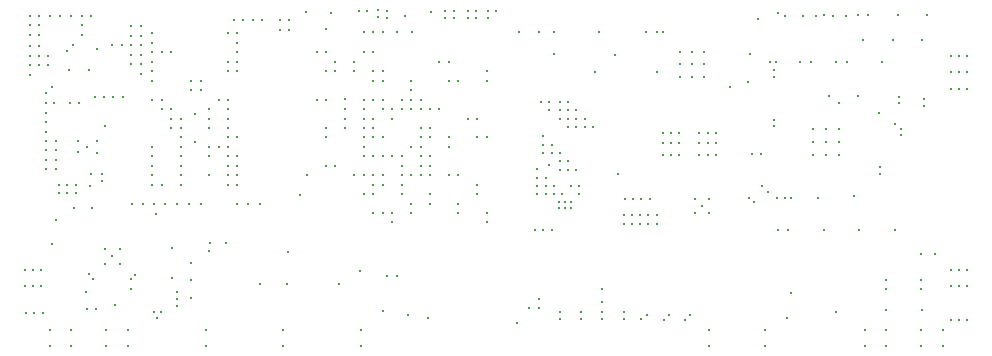
<source format=gbr>
G04 Layer_Color=0*
%FSLAX24Y24*%
%MOIN*%
%TF.FileFunction,Plated,1,10,PTH,Drill*%
%TF.Part,Single*%
G01*
G75*
%TA.AperFunction,ViaDrill,NotFilled*%
%ADD160C,0.0080*%
%ADD161C,0.0070*%
%ADD162C,0.0060*%
D160*
X19685Y1535D02*
D03*
X20394Y1299D02*
D03*
X19685D02*
D03*
X18976D02*
D03*
X18268D02*
D03*
X16850Y1181D02*
D03*
X11563Y11575D02*
D03*
X24882Y11299D02*
D03*
X14449Y11575D02*
D03*
X14724D02*
D03*
X11850D02*
D03*
X12520D02*
D03*
Y11339D02*
D03*
X12205Y11614D02*
D03*
X29370Y10600D02*
D03*
X29587Y8701D02*
D03*
X29646Y7441D02*
D03*
X30394Y8628D02*
D03*
X19685Y2323D02*
D03*
X17717Y4291D02*
D03*
X17441D02*
D03*
X2598Y5748D02*
D03*
X2126Y5512D02*
D03*
Y5787D02*
D03*
X1575D02*
D03*
Y5512D02*
D03*
X1850D02*
D03*
X31299Y9528D02*
D03*
Y8976D02*
D03*
X31575Y10079D02*
D03*
X31299D02*
D03*
X31575Y8976D02*
D03*
Y9528D02*
D03*
X31850D02*
D03*
Y8976D02*
D03*
Y10079D02*
D03*
Y2953D02*
D03*
Y1260D02*
D03*
Y2402D02*
D03*
X31575D02*
D03*
Y1260D02*
D03*
X31299Y2953D02*
D03*
X31575D02*
D03*
X31299Y1260D02*
D03*
Y2402D02*
D03*
X433D02*
D03*
Y2953D02*
D03*
X474Y1500D02*
D03*
X750D02*
D03*
X984Y2953D02*
D03*
X709Y2402D02*
D03*
X984D02*
D03*
X709Y2953D02*
D03*
X1026Y1500D02*
D03*
X20197Y6142D02*
D03*
X18819Y6260D02*
D03*
X18543D02*
D03*
X18268D02*
D03*
X17717Y6850D02*
D03*
X17992D02*
D03*
X17913Y8268D02*
D03*
Y8543D02*
D03*
X18622Y5197D02*
D03*
X18425D02*
D03*
X18228D02*
D03*
X23465Y7165D02*
D03*
Y6772D02*
D03*
Y7520D02*
D03*
X21693D02*
D03*
Y7165D02*
D03*
Y6772D02*
D03*
X24606Y10157D02*
D03*
X16890Y10866D02*
D03*
X1457Y7244D02*
D03*
Y6929D02*
D03*
Y6614D02*
D03*
Y6299D02*
D03*
X1142D02*
D03*
Y6614D02*
D03*
Y6929D02*
D03*
Y7244D02*
D03*
Y7559D02*
D03*
Y7874D02*
D03*
Y8189D02*
D03*
Y8504D02*
D03*
X3386Y8701D02*
D03*
X3071D02*
D03*
X1417Y8504D02*
D03*
X591Y10787D02*
D03*
Y11102D02*
D03*
Y11417D02*
D03*
Y9449D02*
D03*
Y9764D02*
D03*
Y10065D02*
D03*
Y10394D02*
D03*
X2047Y10433D02*
D03*
X1260Y11417D02*
D03*
X1614D02*
D03*
X1969D02*
D03*
X2638D02*
D03*
X2323D02*
D03*
Y11102D02*
D03*
Y10787D02*
D03*
X906Y11417D02*
D03*
Y11102D02*
D03*
Y10787D02*
D03*
X4291Y9488D02*
D03*
X3976Y11063D02*
D03*
X9252Y11260D02*
D03*
X21496Y4488D02*
D03*
Y4764D02*
D03*
X21220D02*
D03*
X25886Y4291D02*
D03*
X20394Y1535D02*
D03*
X18976D02*
D03*
X18268D02*
D03*
X19685Y1890D02*
D03*
X17559Y1969D02*
D03*
Y1693D02*
D03*
X17244D02*
D03*
X20984Y1299D02*
D03*
X8268Y2486D02*
D03*
X25827Y1339D02*
D03*
X27480Y1535D02*
D03*
X25512Y5354D02*
D03*
X25787Y11417D02*
D03*
X26378D02*
D03*
X27362D02*
D03*
X30354Y10600D02*
D03*
X19449Y9528D02*
D03*
X25394Y9606D02*
D03*
Y9370D02*
D03*
X29449Y7795D02*
D03*
X13110Y11417D02*
D03*
X12835Y2756D02*
D03*
X13858Y1339D02*
D03*
X13189Y1457D02*
D03*
X6575Y3589D02*
D03*
X9213Y3543D02*
D03*
X10906Y2480D02*
D03*
X9173D02*
D03*
X12520Y2756D02*
D03*
X11614Y2913D02*
D03*
X12362Y1575D02*
D03*
X20118Y10118D02*
D03*
X6614Y3858D02*
D03*
X7126D02*
D03*
X5354Y2677D02*
D03*
X1339Y3819D02*
D03*
X2520Y1654D02*
D03*
X2795D02*
D03*
X1929Y8504D02*
D03*
X1850Y5787D02*
D03*
X2638Y6142D02*
D03*
X9606Y5433D02*
D03*
X6102Y7205D02*
D03*
X4843Y1339D02*
D03*
X4961Y1535D02*
D03*
X4724D02*
D03*
X5512Y1732D02*
D03*
Y1969D02*
D03*
Y2205D02*
D03*
X2717Y2638D02*
D03*
X2559Y2795D02*
D03*
X4118Y2772D02*
D03*
X3971Y2632D02*
D03*
X3976Y2323D02*
D03*
X2992Y6142D02*
D03*
Y5906D02*
D03*
X6102Y8150D02*
D03*
X5354Y3661D02*
D03*
X4803Y4803D02*
D03*
X2677Y5000D02*
D03*
X2087D02*
D03*
X1457Y4606D02*
D03*
X4370Y5157D02*
D03*
X9803Y11535D02*
D03*
X10630Y11496D02*
D03*
X2756Y8701D02*
D03*
X1339Y9055D02*
D03*
X2559Y9606D02*
D03*
X906Y10394D02*
D03*
Y10079D02*
D03*
Y9764D02*
D03*
X1890Y9606D02*
D03*
X1142Y8858D02*
D03*
X3346Y10433D02*
D03*
X3661D02*
D03*
X3976D02*
D03*
Y10748D02*
D03*
Y10118D02*
D03*
X2835Y10315D02*
D03*
X12047Y10866D02*
D03*
X12362D02*
D03*
X11732D02*
D03*
X12835D02*
D03*
X13982Y11530D02*
D03*
X27559Y8504D02*
D03*
X27244Y8740D02*
D03*
X28189D02*
D03*
X26654Y9882D02*
D03*
X26260D02*
D03*
X28898Y8189D02*
D03*
X29587Y8504D02*
D03*
X29646Y7638D02*
D03*
X27067Y4291D02*
D03*
X28248D02*
D03*
X29429D02*
D03*
X25551D02*
D03*
X28937Y6378D02*
D03*
Y6142D02*
D03*
X26870Y5354D02*
D03*
X25472Y9882D02*
D03*
X27480Y9882D02*
D03*
X27835Y9882D02*
D03*
X29016D02*
D03*
X30394Y8425D02*
D03*
X28071Y5394D02*
D03*
X24528Y9213D02*
D03*
X25276Y9882D02*
D03*
X28543Y11457D02*
D03*
X29528D02*
D03*
X30512D02*
D03*
X28386Y10600D02*
D03*
X27795Y11417D02*
D03*
X17559Y10866D02*
D03*
X18071D02*
D03*
X19567D02*
D03*
X21142D02*
D03*
X26811Y11417D02*
D03*
X30315Y3465D02*
D03*
X30787D02*
D03*
X30325Y1614D02*
D03*
X30315Y2323D02*
D03*
X29134Y2598D02*
D03*
X30315D02*
D03*
X29134Y2323D02*
D03*
X29124Y1614D02*
D03*
X22441Y1260D02*
D03*
X21732D02*
D03*
X21890Y1457D02*
D03*
X22598D02*
D03*
X21181D02*
D03*
X21496Y9528D02*
D03*
X25787Y5348D02*
D03*
X25984D02*
D03*
X23937Y9055D02*
D03*
X24567Y5354D02*
D03*
X20945Y4764D02*
D03*
X20669D02*
D03*
X20394D02*
D03*
X8346Y11260D02*
D03*
X8031D02*
D03*
X7717D02*
D03*
X7402D02*
D03*
X3976Y9803D02*
D03*
X4291D02*
D03*
Y10118D02*
D03*
Y10433D02*
D03*
Y10748D02*
D03*
Y11063D02*
D03*
X8937Y11260D02*
D03*
X21693Y10866D02*
D03*
X21496D02*
D03*
X13346D02*
D03*
X18071Y10157D02*
D03*
X24961Y6811D02*
D03*
X24685D02*
D03*
X24724Y5197D02*
D03*
X3701Y8701D02*
D03*
X10472Y10984D02*
D03*
X19094Y7992D02*
D03*
Y7717D02*
D03*
X19370D02*
D03*
X17992Y4291D02*
D03*
D161*
X3600Y3150D02*
D03*
Y3650D02*
D03*
X3100D02*
D03*
Y3150D02*
D03*
X3600Y3150D02*
D03*
Y3650D02*
D03*
X3100D02*
D03*
Y3150D02*
D03*
X31024Y394D02*
D03*
X30315D02*
D03*
X29134D02*
D03*
X28425D02*
D03*
X25118D02*
D03*
X23228D02*
D03*
X1260D02*
D03*
X1969D02*
D03*
X3150D02*
D03*
X3858D02*
D03*
X6457D02*
D03*
X9055D02*
D03*
X11654D02*
D03*
X16142Y11575D02*
D03*
X15197D02*
D03*
X15472D02*
D03*
Y11339D02*
D03*
X15197D02*
D03*
X14724D02*
D03*
X14449D02*
D03*
X15866Y11575D02*
D03*
Y11339D02*
D03*
X9843Y6102D02*
D03*
X25197Y5551D02*
D03*
X25000Y5748D02*
D03*
X28189Y11457D02*
D03*
X27087D02*
D03*
X25551Y11496D02*
D03*
X5906Y5157D02*
D03*
X5512D02*
D03*
X5118D02*
D03*
X4724D02*
D03*
X8268D02*
D03*
X7874D02*
D03*
X7520D02*
D03*
X26693Y7638D02*
D03*
Y7205D02*
D03*
Y6772D02*
D03*
X27126D02*
D03*
Y7638D02*
D03*
X27559D02*
D03*
Y7205D02*
D03*
Y6772D02*
D03*
X27126Y7205D02*
D03*
X22992Y5079D02*
D03*
X22756Y5315D02*
D03*
Y4843D02*
D03*
X23228D02*
D03*
Y5315D02*
D03*
X22283Y9370D02*
D03*
Y10197D02*
D03*
Y9803D02*
D03*
X22677D02*
D03*
X23071D02*
D03*
Y9370D02*
D03*
X22677D02*
D03*
X23071Y10197D02*
D03*
X22677D02*
D03*
X2205Y6890D02*
D03*
Y7244D02*
D03*
X2835Y6850D02*
D03*
Y7244D02*
D03*
X2520Y7047D02*
D03*
X5984Y2008D02*
D03*
Y2598D02*
D03*
Y3189D02*
D03*
Y9252D02*
D03*
X6299D02*
D03*
X21220Y4488D02*
D03*
X20945D02*
D03*
X20669D02*
D03*
X20394D02*
D03*
X11732Y6102D02*
D03*
X11417D02*
D03*
X11102Y8628D02*
D03*
X18543Y6575D02*
D03*
X17717Y7402D02*
D03*
X17992Y7126D02*
D03*
X17717D02*
D03*
X18268Y6850D02*
D03*
Y6575D02*
D03*
X17638Y8543D02*
D03*
X17913Y6457D02*
D03*
X18622Y5000D02*
D03*
X18425D02*
D03*
X18228D02*
D03*
X18898Y5472D02*
D03*
Y5748D02*
D03*
X18622D02*
D03*
X18346Y5472D02*
D03*
X18071Y5748D02*
D03*
Y5472D02*
D03*
X17795D02*
D03*
Y5748D02*
D03*
Y6024D02*
D03*
X17520Y5472D02*
D03*
Y5748D02*
D03*
Y6024D02*
D03*
Y6299D02*
D03*
X23189Y6772D02*
D03*
X22913D02*
D03*
Y7520D02*
D03*
X23189D02*
D03*
Y7165D02*
D03*
X22913D02*
D03*
X22244Y7520D02*
D03*
X21969D02*
D03*
Y6772D02*
D03*
X22244Y7165D02*
D03*
X21969D02*
D03*
X22244Y6772D02*
D03*
X2480Y2205D02*
D03*
X1220Y9764D02*
D03*
Y10079D02*
D03*
X1850Y10236D02*
D03*
X8937Y10945D02*
D03*
X9252D02*
D03*
X12205Y11378D02*
D03*
X21260Y5315D02*
D03*
X20433D02*
D03*
X20709D02*
D03*
X20984D02*
D03*
X15512Y7362D02*
D03*
X23228Y945D02*
D03*
X25118D02*
D03*
X14567Y6102D02*
D03*
X14882D02*
D03*
X12992D02*
D03*
X11654Y945D02*
D03*
X9055D02*
D03*
X6457D02*
D03*
X3150D02*
D03*
X1969D02*
D03*
X1260D02*
D03*
X3110Y7756D02*
D03*
X5984Y8937D02*
D03*
X5000Y5787D02*
D03*
X6299Y8937D02*
D03*
X5630Y6417D02*
D03*
X6575Y7677D02*
D03*
X5630Y6732D02*
D03*
X6575D02*
D03*
Y7047D02*
D03*
X6890Y7047D02*
D03*
X5630Y7677D02*
D03*
X7205Y5787D02*
D03*
Y6102D02*
D03*
X5315Y7677D02*
D03*
Y7992D02*
D03*
X7520Y7362D02*
D03*
X7205D02*
D03*
X10472Y7677D02*
D03*
Y7362D02*
D03*
X6575Y7992D02*
D03*
Y8307D02*
D03*
X10472Y6417D02*
D03*
X11417Y9567D02*
D03*
Y9882D02*
D03*
X12047Y7362D02*
D03*
X11732D02*
D03*
X12992Y5787D02*
D03*
Y5472D02*
D03*
X12362Y5787D02*
D03*
X14567Y7047D02*
D03*
X12992Y6417D02*
D03*
X13307Y7047D02*
D03*
X13937Y6102D02*
D03*
Y6732D02*
D03*
X13622Y6417D02*
D03*
X13937Y7362D02*
D03*
X13622Y7677D02*
D03*
X10472Y9567D02*
D03*
Y10197D02*
D03*
X12677Y4528D02*
D03*
X13307Y5157D02*
D03*
X13937D02*
D03*
X14882Y4843D02*
D03*
X15512Y5787D02*
D03*
X15827Y7362D02*
D03*
X15197Y7992D02*
D03*
X15827Y4528D02*
D03*
Y9567D02*
D03*
X14567Y9252D02*
D03*
Y9882D02*
D03*
X14252Y8307D02*
D03*
X13622D02*
D03*
X13307Y8622D02*
D03*
X12047Y7677D02*
D03*
X12362Y8307D02*
D03*
Y8622D02*
D03*
X12992Y8307D02*
D03*
X11732D02*
D03*
Y7047D02*
D03*
X12047Y9252D02*
D03*
Y9567D02*
D03*
X11732Y10197D02*
D03*
X10787Y6417D02*
D03*
X12362Y4843D02*
D03*
X14567Y7362D02*
D03*
X12992Y6732D02*
D03*
X13937Y6417D02*
D03*
X13622Y6102D02*
D03*
Y6732D02*
D03*
Y7047D02*
D03*
Y7362D02*
D03*
X13937Y7677D02*
D03*
X3425Y1772D02*
D03*
X3858Y945D02*
D03*
X3350Y3400D02*
D03*
X10472Y8622D02*
D03*
X10787Y9567D02*
D03*
X10157Y10197D02*
D03*
X12677Y4843D02*
D03*
X13307D02*
D03*
X13937Y5472D02*
D03*
X14882Y5157D02*
D03*
X15512Y7992D02*
D03*
X15827Y4843D02*
D03*
Y9252D02*
D03*
X14882D02*
D03*
X14252Y9882D02*
D03*
X13937Y8307D02*
D03*
X13622Y8622D02*
D03*
X13307Y8937D02*
D03*
X12047Y8622D02*
D03*
X12992D02*
D03*
X12677Y8307D02*
D03*
X11732Y8622D02*
D03*
X12362Y9567D02*
D03*
Y9252D02*
D03*
X12047Y10197D02*
D03*
Y5472D02*
D03*
X12677Y6732D02*
D03*
X12362D02*
D03*
X12047D02*
D03*
Y4843D02*
D03*
X11732Y5472D02*
D03*
X12362Y7362D02*
D03*
X11732Y6732D02*
D03*
X11102Y7992D02*
D03*
X11732Y7992D02*
D03*
X12047D02*
D03*
X12362Y6102D02*
D03*
X12047D02*
D03*
Y5787D02*
D03*
X11102Y7677D02*
D03*
X11732Y7677D02*
D03*
X5000Y8307D02*
D03*
X5315D02*
D03*
X4685Y10827D02*
D03*
Y10512D02*
D03*
Y10197D02*
D03*
Y9882D02*
D03*
X5315Y10197D02*
D03*
X5000D02*
D03*
X4685Y9567D02*
D03*
Y9252D02*
D03*
Y8622D02*
D03*
X5000D02*
D03*
X4685Y7047D02*
D03*
Y6732D02*
D03*
Y6417D02*
D03*
Y6102D02*
D03*
Y5787D02*
D03*
X7205Y10827D02*
D03*
X7520D02*
D03*
Y10512D02*
D03*
Y10197D02*
D03*
Y9882D02*
D03*
Y9567D02*
D03*
X7205Y9882D02*
D03*
Y9567D02*
D03*
X6890Y8622D02*
D03*
X7205D02*
D03*
Y8307D02*
D03*
Y7992D02*
D03*
X7520Y6732D02*
D03*
Y6417D02*
D03*
Y6102D02*
D03*
Y5787D02*
D03*
X7205Y7677D02*
D03*
X5630Y7362D02*
D03*
Y5787D02*
D03*
Y7992D02*
D03*
X7205Y6732D02*
D03*
Y6417D02*
D03*
X5630Y6102D02*
D03*
X6575D02*
D03*
X5630Y7047D02*
D03*
X11102Y8307D02*
D03*
X10157Y8622D02*
D03*
X10787Y9882D02*
D03*
X7205Y7047D02*
D03*
X4016Y5157D02*
D03*
X6299D02*
D03*
X2244Y8504D02*
D03*
X12677Y7992D02*
D03*
X13307Y8307D02*
D03*
Y9252D02*
D03*
X25394Y7953D02*
D03*
Y7756D02*
D03*
X31024Y945D02*
D03*
X30315D02*
D03*
X29134D02*
D03*
X28425D02*
D03*
X25984Y2165D02*
D03*
X15512Y5472D02*
D03*
X13307Y6102D02*
D03*
X18268Y8543D02*
D03*
X18543D02*
D03*
X18268Y8268D02*
D03*
X18543D02*
D03*
X18819D02*
D03*
Y7992D02*
D03*
X18543D02*
D03*
X18268D02*
D03*
X18543Y7717D02*
D03*
X18819D02*
D03*
D162*
X24528Y9606D02*
D03*
X23543Y4449D02*
D03*
X16220Y3189D02*
D03*
X16457D02*
D03*
X20000Y2362D02*
D03*
X18425D02*
D03*
X19055D02*
D03*
X16693Y2323D02*
D03*
X19370Y2362D02*
D03*
X18740D02*
D03*
X18110D02*
D03*
X17795D02*
D03*
X17008Y2323D02*
D03*
X16220Y2362D02*
D03*
X14961Y1693D02*
D03*
Y1457D02*
D03*
X25591Y2520D02*
D03*
X25906D02*
D03*
X25157D02*
D03*
X24882D02*
D03*
X24252D02*
D03*
X23622D02*
D03*
X22992D02*
D03*
X22362D02*
D03*
X21732D02*
D03*
X21102D02*
D03*
X20472D02*
D03*
X27953Y2598D02*
D03*
X27402D02*
D03*
X27677D02*
D03*
X26378Y4094D02*
D03*
X26142Y4213D02*
D03*
X23819Y3307D02*
D03*
X23307Y2362D02*
D03*
X23425Y3307D02*
D03*
X22992Y3425D02*
D03*
X20669Y3307D02*
D03*
X21299D02*
D03*
X20906D02*
D03*
X21929D02*
D03*
X21535D02*
D03*
X22559D02*
D03*
X22165D02*
D03*
X23189D02*
D03*
X22795D02*
D03*
X24449D02*
D03*
X24055D02*
D03*
X24685D02*
D03*
X20787Y2362D02*
D03*
X13032Y2047D02*
D03*
X12717Y1969D02*
D03*
X12520Y1772D02*
D03*
X9843Y9882D02*
D03*
X11732Y5787D02*
D03*
X19528Y4764D02*
D03*
Y4528D02*
D03*
X11102Y9252D02*
D03*
X22480Y9055D02*
D03*
X22913D02*
D03*
X22126Y8071D02*
D03*
X23228Y10984D02*
D03*
Y11299D02*
D03*
X22638Y10591D02*
D03*
X23465Y11339D02*
D03*
X24016D02*
D03*
X26063Y11417D02*
D03*
X19409Y8622D02*
D03*
X19803D02*
D03*
X20118D02*
D03*
X20433D02*
D03*
X19055D02*
D03*
X17283Y1969D02*
D03*
X25669Y3661D02*
D03*
X28661Y3465D02*
D03*
X16457Y8622D02*
D03*
X15512Y8937D02*
D03*
X15827D02*
D03*
X14567Y8307D02*
D03*
X14882Y7992D02*
D03*
X15197Y2165D02*
D03*
X15787Y2008D02*
D03*
X24567Y2362D02*
D03*
X14567Y7992D02*
D03*
X14882Y8307D02*
D03*
Y7677D02*
D03*
X15197Y8307D02*
D03*
X15512D02*
D03*
X15827D02*
D03*
X15197Y7677D02*
D03*
X23937Y2362D02*
D03*
X16457Y7677D02*
D03*
X16142Y7992D02*
D03*
X16457Y7047D02*
D03*
X14252Y7992D02*
D03*
X15827Y7677D02*
D03*
Y7992D02*
D03*
X15512Y7677D02*
D03*
X13937Y8622D02*
D03*
X14567Y7677D02*
D03*
X15197Y7362D02*
D03*
X13937Y7992D02*
D03*
X14252Y7677D02*
D03*
X22047Y2362D02*
D03*
X15827Y7047D02*
D03*
X14882Y7362D02*
D03*
Y7047D02*
D03*
X27047Y2441D02*
D03*
X15827Y8622D02*
D03*
X14882D02*
D03*
X15197D02*
D03*
X14567D02*
D03*
X15197Y9252D02*
D03*
X15512D02*
D03*
Y8622D02*
D03*
X26457Y1339D02*
D03*
X26732Y1535D02*
D03*
X26969Y1299D02*
D03*
X27598Y1850D02*
D03*
X27520Y4094D02*
D03*
X28465Y3031D02*
D03*
Y3307D02*
D03*
X28504Y1732D02*
D03*
X31299Y5709D02*
D03*
X30709Y6063D02*
D03*
Y5709D02*
D03*
X11732Y9567D02*
D03*
X12047Y8937D02*
D03*
X12677Y9567D02*
D03*
Y9252D02*
D03*
X29843Y3465D02*
D03*
X30039Y3937D02*
D03*
X29488Y3031D02*
D03*
X29882Y4094D02*
D03*
X29016Y3583D02*
D03*
X13937Y9567D02*
D03*
Y10197D02*
D03*
X14252D02*
D03*
X14567Y10512D02*
D03*
X30039Y3031D02*
D03*
X20748Y9528D02*
D03*
X15197Y9882D02*
D03*
Y9567D02*
D03*
X14567Y10197D02*
D03*
X13622Y9882D02*
D03*
Y10197D02*
D03*
X14252Y9567D02*
D03*
X14882Y8937D02*
D03*
X15197D02*
D03*
X15827Y9882D02*
D03*
X18110Y9567D02*
D03*
X14882D02*
D03*
X20394Y9528D02*
D03*
X14567Y9567D02*
D03*
X13937Y9882D02*
D03*
X12047D02*
D03*
X13543Y2559D02*
D03*
X13740Y2756D02*
D03*
X14488Y1693D02*
D03*
Y1299D02*
D03*
X14252Y1693D02*
D03*
X13386D02*
D03*
X15827Y5157D02*
D03*
X15512D02*
D03*
X15827Y6102D02*
D03*
Y6417D02*
D03*
X15512Y6102D02*
D03*
X15197Y6417D02*
D03*
X14567Y5157D02*
D03*
X11693Y1339D02*
D03*
X11496Y1732D02*
D03*
X11890Y1850D02*
D03*
X15512Y4213D02*
D03*
X15197D02*
D03*
X15512Y4843D02*
D03*
Y4528D02*
D03*
X15197D02*
D03*
Y4843D02*
D03*
X14567Y4528D02*
D03*
Y4843D02*
D03*
X14882Y5787D02*
D03*
X14252Y4843D02*
D03*
Y4528D02*
D03*
X13937Y3740D02*
D03*
X13622Y5157D02*
D03*
Y3898D02*
D03*
Y4213D02*
D03*
X12992Y4843D02*
D03*
X12992Y5157D02*
D03*
X8937Y2126D02*
D03*
X12992Y4213D02*
D03*
X13307Y4528D02*
D03*
X12992D02*
D03*
X12362D02*
D03*
X12047D02*
D03*
X12677Y5472D02*
D03*
X11417Y4843D02*
D03*
Y4528D02*
D03*
X12362Y5157D02*
D03*
X7874Y2717D02*
D03*
X7402D02*
D03*
X6929D02*
D03*
X8110Y3031D02*
D03*
X7638D02*
D03*
X7165D02*
D03*
X6693D02*
D03*
X14252Y5472D02*
D03*
X13937Y5787D02*
D03*
Y4843D02*
D03*
X13622D02*
D03*
Y5472D02*
D03*
X16575Y10197D02*
D03*
X25276Y6142D02*
D03*
X14567Y8937D02*
D03*
X19724Y10118D02*
D03*
X20118Y10512D02*
D03*
X19724D02*
D03*
X14252Y6102D02*
D03*
X13622Y4528D02*
D03*
Y5787D02*
D03*
X13307D02*
D03*
X12677D02*
D03*
X8465Y2126D02*
D03*
X8701Y1575D02*
D03*
X11417Y5472D02*
D03*
X11102Y5157D02*
D03*
X9173Y1260D02*
D03*
X9882D02*
D03*
X9646Y1575D02*
D03*
Y1850D02*
D03*
X10354Y1575D02*
D03*
Y1850D02*
D03*
X10591Y1260D02*
D03*
X11063Y1850D02*
D03*
Y1575D02*
D03*
X11299Y1260D02*
D03*
X8701D02*
D03*
X8465Y1575D02*
D03*
Y1850D02*
D03*
X7992Y1260D02*
D03*
X7756Y1850D02*
D03*
Y1575D02*
D03*
X7047Y1850D02*
D03*
Y1575D02*
D03*
X7283Y1260D02*
D03*
X6575D02*
D03*
X10787Y5157D02*
D03*
X10157Y4528D02*
D03*
X11102Y4213D02*
D03*
X11417Y5157D02*
D03*
X13307Y6417D02*
D03*
X15197Y10512D02*
D03*
X13307Y10197D02*
D03*
X10157Y5157D02*
D03*
X4331Y7520D02*
D03*
Y7205D02*
D03*
Y6890D02*
D03*
Y6575D02*
D03*
Y6260D02*
D03*
Y5945D02*
D03*
X11102Y10197D02*
D03*
X6575Y9567D02*
D03*
X5315Y6732D02*
D03*
X10787Y7362D02*
D03*
Y7047D02*
D03*
X10472D02*
D03*
X10157Y6417D02*
D03*
X10787Y7677D02*
D03*
X11102Y6732D02*
D03*
X8465Y7677D02*
D03*
X5315Y6102D02*
D03*
X10787Y7992D02*
D03*
X10157Y7362D02*
D03*
X9843Y7047D02*
D03*
X5315Y6417D02*
D03*
X11102Y7362D02*
D03*
X5315Y7047D02*
D03*
X11417Y6417D02*
D03*
X8465Y5787D02*
D03*
X10472D02*
D03*
X11102D02*
D03*
X9843Y6732D02*
D03*
X10157D02*
D03*
X13307Y5472D02*
D03*
X15512Y6732D02*
D03*
X12047Y8307D02*
D03*
X12362Y8937D02*
D03*
X11732D02*
D03*
X15669Y1535D02*
D03*
X16142Y1339D02*
D03*
X15197Y1299D02*
D03*
X12992Y8937D02*
D03*
X12677Y6417D02*
D03*
X12362D02*
D03*
X12677Y6102D02*
D03*
X12047Y6417D02*
D03*
X12362Y7677D02*
D03*
X12677Y7362D02*
D03*
X11732Y6417D02*
D03*
X5000Y9882D02*
D03*
Y9567D02*
D03*
X7205Y9252D02*
D03*
X7520Y8937D02*
D03*
Y8622D02*
D03*
X10472Y6732D02*
D03*
X11102Y7047D02*
D03*
X10157D02*
D03*
X10787Y9252D02*
D03*
X7835Y5787D02*
D03*
X11102Y6417D02*
D03*
X5315Y7362D02*
D03*
X5000Y7677D02*
D03*
X9528Y6732D02*
D03*
X11102Y6102D02*
D03*
X10787Y6732D02*
D03*
X8150Y7362D02*
D03*
X10787Y8307D02*
D03*
Y8937D02*
D03*
X11417Y8307D02*
D03*
Y7992D02*
D03*
Y7677D02*
D03*
X7205Y8937D02*
D03*
X10787Y8622D02*
D03*
X5315Y8937D02*
D03*
X5630D02*
D03*
X10157Y8307D02*
D03*
X10472D02*
D03*
Y7992D02*
D03*
X10157D02*
D03*
X5000Y8937D02*
D03*
X5630Y8307D02*
D03*
X9843Y7992D02*
D03*
Y8307D02*
D03*
X6575Y8622D02*
D03*
X5630Y9252D02*
D03*
X10157D02*
D03*
X5315Y8622D02*
D03*
X6890Y9252D02*
D03*
X9843Y8937D02*
D03*
X9528D02*
D03*
X6575D02*
D03*
X10157Y8937D02*
D03*
X10472Y8937D02*
D03*
X11102D02*
D03*
X6890Y8307D02*
D03*
X5630Y9882D02*
D03*
X9843Y10197D02*
D03*
X10157Y9882D02*
D03*
Y9567D02*
D03*
X10472Y9252D02*
D03*
X6890Y10827D02*
D03*
X10787Y10197D02*
D03*
X5630Y10512D02*
D03*
X10157D02*
D03*
X6575Y10197D02*
D03*
Y9882D02*
D03*
X6890D02*
D03*
X5630Y10197D02*
D03*
X9843Y9567D02*
D03*
X5315Y10512D02*
D03*
X10787D02*
D03*
X5315Y9882D02*
D03*
X9843Y9252D02*
D03*
X7205Y10197D02*
D03*
X7835Y6417D02*
D03*
X9843Y7362D02*
D03*
X4055Y4528D02*
D03*
X4370D02*
D03*
X2992Y5000D02*
D03*
X5551Y4173D02*
D03*
X12362Y5472D02*
D03*
X11732Y5157D02*
D03*
Y4843D02*
D03*
X12677Y5157D02*
D03*
X2598Y4528D02*
D03*
X3268Y4803D02*
D03*
X2323Y4528D02*
D03*
X12362Y4213D02*
D03*
X12677D02*
D03*
X11732Y4528D02*
D03*
X11417Y4213D02*
D03*
X11102Y4843D02*
D03*
X7874Y4685D02*
D03*
X12047Y5157D02*
D03*
X5906Y4685D02*
D03*
X3701Y5157D02*
D03*
X11732Y9252D02*
D03*
X11260Y10787D02*
D03*
X1339Y9449D02*
D03*
X12362Y10197D02*
D03*
X11417Y9252D02*
D03*
X11732Y9882D02*
D03*
X12047Y10512D02*
D03*
X11417D02*
D03*
X11732D02*
D03*
X15197Y10197D02*
D03*
X15512Y9882D02*
D03*
X12992Y9567D02*
D03*
X25709Y7520D02*
D03*
X25591Y7323D02*
D03*
X25709Y6732D02*
D03*
X25827Y6535D02*
D03*
X25591Y6929D02*
D03*
X26220Y6260D02*
D03*
X14252Y9252D02*
D03*
Y8937D02*
D03*
X27244Y5945D02*
D03*
X27047Y5787D02*
D03*
X26693D02*
D03*
X26496Y5945D02*
D03*
X13937Y9252D02*
D03*
X12362Y9882D02*
D03*
X11102D02*
D03*
X12992Y9252D02*
D03*
X14882Y10197D02*
D03*
X15512Y10512D02*
D03*
X25472Y7126D02*
D03*
X14882Y9882D02*
D03*
X9291Y3031D02*
D03*
X9764D02*
D03*
X10236D02*
D03*
X10709D02*
D03*
X9528Y2717D02*
D03*
X10000D02*
D03*
X13307Y4213D02*
D03*
X14252D02*
D03*
X27675Y3939D02*
D03*
X28858Y3937D02*
D03*
X28701Y4094D02*
D03*
X28346Y6575D02*
D03*
X28543Y6732D02*
D03*
X28346Y7835D02*
D03*
X11063Y2126D02*
D03*
X11299Y1575D02*
D03*
X14252Y5787D02*
D03*
X14567Y5472D02*
D03*
X14882D02*
D03*
X13937Y4213D02*
D03*
Y4528D02*
D03*
X14252Y5157D02*
D03*
X14567Y4213D02*
D03*
X14882D02*
D03*
X10472Y2717D02*
D03*
X14252Y3898D02*
D03*
X26260Y8386D02*
D03*
X26181Y8110D02*
D03*
X25787D02*
D03*
X27638Y5827D02*
D03*
X28307Y5551D02*
D03*
Y5827D02*
D03*
X28976Y5709D02*
D03*
X11417Y10197D02*
D03*
X12992Y9882D02*
D03*
X13307Y9567D02*
D03*
X23661Y8504D02*
D03*
Y8189D02*
D03*
X30354Y10344D02*
D03*
X29370D02*
D03*
X28386D02*
D03*
Y8583D02*
D03*
X28583Y8425D02*
D03*
X28502Y7679D02*
D03*
X28740Y7362D02*
D03*
X28896Y7207D02*
D03*
X12992Y10197D02*
D03*
X30315Y1299D02*
D03*
X30079D02*
D03*
X12677Y8937D02*
D03*
X28898Y1535D02*
D03*
X29449Y1299D02*
D03*
X29213D02*
D03*
X28976D02*
D03*
X25591Y1339D02*
D03*
X26063Y1575D02*
D03*
X15827Y5472D02*
D03*
X15197Y5787D02*
D03*
Y6102D02*
D03*
X14567Y5787D02*
D03*
X15512Y6417D02*
D03*
X14252D02*
D03*
X14567D02*
D03*
X14882D02*
D03*
X15827Y5787D02*
D03*
X16142Y6102D02*
D03*
X14567Y6732D02*
D03*
X14882D02*
D03*
X20315Y2362D02*
D03*
X14252Y6732D02*
D03*
Y7047D02*
D03*
X15197Y6732D02*
D03*
Y7047D02*
D03*
X15827Y6732D02*
D03*
X13937Y7047D02*
D03*
X14252Y7362D02*
D03*
X21417Y2362D02*
D03*
X14252Y8622D02*
D03*
X26260Y1496D02*
D03*
X25748Y3898D02*
D03*
X16693Y8307D02*
D03*
X25236Y4331D02*
D03*
X20984Y9528D02*
D03*
X20118Y6732D02*
D03*
X20551Y7717D02*
D03*
X23937Y4606D02*
D03*
X13307Y6732D02*
D03*
X11417D02*
D03*
Y7362D02*
D03*
Y7047D02*
D03*
X6496Y2486D02*
D03*
X13622Y9567D02*
D03*
X24281Y7677D02*
D03*
X24173Y7441D02*
D03*
X12992Y7992D02*
D03*
X12677Y7677D02*
D03*
X13622Y7992D02*
D03*
X12992Y7677D02*
D03*
X13307Y7992D02*
D03*
Y7677D02*
D03*
Y7362D02*
D03*
X12992Y7047D02*
D03*
X12047D02*
D03*
X12362D02*
D03*
X12677D02*
D03*
X12992Y7362D02*
D03*
X12362Y7992D02*
D03*
X30551Y5433D02*
D03*
X13661Y10512D02*
D03*
X12283Y1969D02*
D03*
X26534Y3939D02*
D03*
X22677Y2362D02*
D03*
X15394D02*
D03*
%TF.MD5,5cce6620739e35b03256310298e66fa5*%
M02*

</source>
